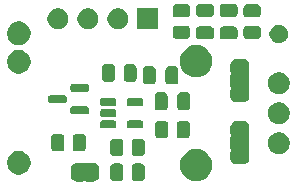
<source format=gbr>
%TF.GenerationSoftware,KiCad,Pcbnew,9.0.3*%
%TF.CreationDate,2025-07-19T03:53:29-07:00*%
%TF.ProjectId,flex-cv-in,666c6578-2d63-4762-9d69-6e2e6b696361,rev?*%
%TF.SameCoordinates,Original*%
%TF.FileFunction,Soldermask,Top*%
%TF.FilePolarity,Negative*%
%FSLAX46Y46*%
G04 Gerber Fmt 4.6, Leading zero omitted, Abs format (unit mm)*
G04 Created by KiCad (PCBNEW 9.0.3) date 2025-07-19 03:53:29*
%MOMM*%
%LPD*%
G01*
G04 APERTURE LIST*
G04 APERTURE END LIST*
G36*
X116480406Y-74219594D02*
G01*
X116487347Y-74236353D01*
X116514131Y-74250000D01*
X116675013Y-74250000D01*
X116694595Y-74243637D01*
X116716110Y-74228004D01*
X116719594Y-74219594D01*
X116738415Y-74211798D01*
X116742206Y-74209044D01*
X116746834Y-74208311D01*
X116750000Y-74207000D01*
X117250000Y-74207000D01*
X117260328Y-74211278D01*
X117311002Y-74211278D01*
X117315263Y-74211278D01*
X117326392Y-74212743D01*
X117330508Y-74213845D01*
X117330509Y-74213846D01*
X117448356Y-74245422D01*
X117448358Y-74245423D01*
X117452471Y-74246525D01*
X117462842Y-74250821D01*
X117575881Y-74316084D01*
X117584787Y-74322917D01*
X117677083Y-74415213D01*
X117683916Y-74424119D01*
X117749179Y-74537158D01*
X117753475Y-74547529D01*
X117787257Y-74673608D01*
X117788722Y-74684737D01*
X117788722Y-74688997D01*
X117788722Y-74725544D01*
X117789123Y-74730636D01*
X117791688Y-74746832D01*
X117793000Y-74750000D01*
X117793000Y-75250000D01*
X117788722Y-75260328D01*
X117788722Y-75315263D01*
X117787257Y-75326392D01*
X117753475Y-75452471D01*
X117749179Y-75462842D01*
X117683916Y-75575881D01*
X117677083Y-75584787D01*
X117584787Y-75677083D01*
X117575881Y-75683916D01*
X117462842Y-75749179D01*
X117452471Y-75753475D01*
X117326392Y-75787257D01*
X117315263Y-75788722D01*
X117311002Y-75788722D01*
X117274456Y-75788722D01*
X117269364Y-75789123D01*
X117253167Y-75791688D01*
X117250000Y-75793000D01*
X117244883Y-75793000D01*
X116760296Y-75793000D01*
X116750000Y-75793000D01*
X116719594Y-75780406D01*
X116712652Y-75763646D01*
X116685869Y-75750000D01*
X116524987Y-75750000D01*
X116505405Y-75756363D01*
X116483889Y-75771994D01*
X116480406Y-75780406D01*
X116461579Y-75788203D01*
X116457793Y-75790955D01*
X116453168Y-75791687D01*
X116450000Y-75793000D01*
X116444883Y-75793000D01*
X115960295Y-75793000D01*
X115950000Y-75793000D01*
X115939672Y-75788722D01*
X115888998Y-75788722D01*
X115884737Y-75788722D01*
X115873608Y-75787257D01*
X115747529Y-75753475D01*
X115737158Y-75749179D01*
X115624119Y-75683916D01*
X115615213Y-75677083D01*
X115522917Y-75584787D01*
X115516084Y-75575881D01*
X115450821Y-75462842D01*
X115446525Y-75452471D01*
X115444600Y-75445289D01*
X115413846Y-75330509D01*
X115413845Y-75330508D01*
X115412743Y-75326392D01*
X115411278Y-75315263D01*
X115411278Y-75274455D01*
X115410877Y-75269363D01*
X115408312Y-75253168D01*
X115407000Y-75250000D01*
X115407000Y-74750000D01*
X115411278Y-74739671D01*
X115411278Y-74684737D01*
X115412743Y-74673608D01*
X115413846Y-74669490D01*
X115445422Y-74551643D01*
X115445423Y-74551638D01*
X115446525Y-74547529D01*
X115450821Y-74537158D01*
X115452950Y-74533470D01*
X115513953Y-74427809D01*
X115513955Y-74427805D01*
X115516084Y-74424119D01*
X115522917Y-74415213D01*
X115525928Y-74412201D01*
X115525932Y-74412197D01*
X115612197Y-74325932D01*
X115612201Y-74325928D01*
X115615213Y-74322917D01*
X115624119Y-74316084D01*
X115627805Y-74313955D01*
X115627809Y-74313953D01*
X115733470Y-74252950D01*
X115733471Y-74252949D01*
X115737158Y-74250821D01*
X115747529Y-74246525D01*
X115751638Y-74245423D01*
X115751643Y-74245422D01*
X115869490Y-74213846D01*
X115869492Y-74213845D01*
X115873608Y-74212743D01*
X115884737Y-74211278D01*
X115925544Y-74211278D01*
X115930636Y-74210877D01*
X115946832Y-74208311D01*
X115950000Y-74207000D01*
X116450000Y-74207000D01*
X116480406Y-74219594D01*
G37*
G36*
X126322013Y-73060758D02*
G01*
X126526693Y-73127262D01*
X126718450Y-73224967D01*
X126892561Y-73351466D01*
X127044740Y-73503645D01*
X127171239Y-73677756D01*
X127268944Y-73869513D01*
X127335448Y-74074193D01*
X127369115Y-74286756D01*
X127369115Y-74501970D01*
X127335448Y-74714533D01*
X127268944Y-74919213D01*
X127171239Y-75110970D01*
X127044740Y-75285081D01*
X126892561Y-75437260D01*
X126718450Y-75563759D01*
X126526693Y-75661464D01*
X126322013Y-75727968D01*
X126109450Y-75761635D01*
X125894236Y-75761635D01*
X125681673Y-75727968D01*
X125476993Y-75661464D01*
X125285236Y-75563759D01*
X125111125Y-75437260D01*
X124958946Y-75285081D01*
X124832447Y-75110970D01*
X124734742Y-74919213D01*
X124668238Y-74714533D01*
X124634571Y-74501970D01*
X124634571Y-74286756D01*
X124668238Y-74074193D01*
X124734742Y-73869513D01*
X124832447Y-73677756D01*
X124958946Y-73503645D01*
X125111125Y-73351466D01*
X125285236Y-73224967D01*
X125476993Y-73127262D01*
X125681673Y-73060758D01*
X125894236Y-73027091D01*
X126109450Y-73027091D01*
X126322013Y-73060758D01*
G37*
G36*
X119615938Y-74269650D02*
G01*
X119624871Y-74273594D01*
X119631300Y-74274531D01*
X119671498Y-74294182D01*
X119712759Y-74312401D01*
X119716578Y-74316220D01*
X119716829Y-74316343D01*
X119783656Y-74383170D01*
X119783778Y-74383420D01*
X119787599Y-74387241D01*
X119805822Y-74428512D01*
X119825468Y-74468699D01*
X119826404Y-74475126D01*
X119830350Y-74484062D01*
X119838000Y-74550000D01*
X119838000Y-75450000D01*
X119830350Y-75515938D01*
X119826404Y-75524874D01*
X119825468Y-75531300D01*
X119805826Y-75571477D01*
X119787599Y-75612759D01*
X119783777Y-75616580D01*
X119783656Y-75616829D01*
X119716829Y-75683656D01*
X119716580Y-75683777D01*
X119712759Y-75687599D01*
X119671477Y-75705826D01*
X119631300Y-75725468D01*
X119624874Y-75726404D01*
X119615938Y-75730350D01*
X119550000Y-75738000D01*
X119025000Y-75738000D01*
X118959062Y-75730350D01*
X118950126Y-75726404D01*
X118943699Y-75725468D01*
X118903512Y-75705822D01*
X118862241Y-75687599D01*
X118858420Y-75683778D01*
X118858170Y-75683656D01*
X118791343Y-75616829D01*
X118791220Y-75616578D01*
X118787401Y-75612759D01*
X118769182Y-75571498D01*
X118749531Y-75531300D01*
X118748594Y-75524871D01*
X118744650Y-75515938D01*
X118737000Y-75450000D01*
X118737000Y-74550000D01*
X118744650Y-74484062D01*
X118748594Y-74475129D01*
X118749531Y-74468699D01*
X118769186Y-74428491D01*
X118787401Y-74387241D01*
X118791219Y-74383422D01*
X118791343Y-74383170D01*
X118858170Y-74316343D01*
X118858422Y-74316219D01*
X118862241Y-74312401D01*
X118903491Y-74294186D01*
X118943699Y-74274531D01*
X118950129Y-74273594D01*
X118959062Y-74269650D01*
X119025000Y-74262000D01*
X119550000Y-74262000D01*
X119615938Y-74269650D01*
G37*
G36*
X121440938Y-74269650D02*
G01*
X121449871Y-74273594D01*
X121456300Y-74274531D01*
X121496498Y-74294182D01*
X121537759Y-74312401D01*
X121541578Y-74316220D01*
X121541829Y-74316343D01*
X121608656Y-74383170D01*
X121608778Y-74383420D01*
X121612599Y-74387241D01*
X121630822Y-74428512D01*
X121650468Y-74468699D01*
X121651404Y-74475126D01*
X121655350Y-74484062D01*
X121663000Y-74550000D01*
X121663000Y-75450000D01*
X121655350Y-75515938D01*
X121651404Y-75524874D01*
X121650468Y-75531300D01*
X121630826Y-75571477D01*
X121612599Y-75612759D01*
X121608777Y-75616580D01*
X121608656Y-75616829D01*
X121541829Y-75683656D01*
X121541580Y-75683777D01*
X121537759Y-75687599D01*
X121496477Y-75705826D01*
X121456300Y-75725468D01*
X121449874Y-75726404D01*
X121440938Y-75730350D01*
X121375000Y-75738000D01*
X120850000Y-75738000D01*
X120784062Y-75730350D01*
X120775126Y-75726404D01*
X120768699Y-75725468D01*
X120728512Y-75705822D01*
X120687241Y-75687599D01*
X120683420Y-75683778D01*
X120683170Y-75683656D01*
X120616343Y-75616829D01*
X120616220Y-75616578D01*
X120612401Y-75612759D01*
X120594182Y-75571498D01*
X120574531Y-75531300D01*
X120573594Y-75524871D01*
X120569650Y-75515938D01*
X120562000Y-75450000D01*
X120562000Y-74550000D01*
X120569650Y-74484062D01*
X120573594Y-74475129D01*
X120574531Y-74468699D01*
X120594186Y-74428491D01*
X120612401Y-74387241D01*
X120616219Y-74383422D01*
X120616343Y-74383170D01*
X120683170Y-74316343D01*
X120683422Y-74316219D01*
X120687241Y-74312401D01*
X120728491Y-74294186D01*
X120768699Y-74274531D01*
X120775129Y-74273594D01*
X120784062Y-74269650D01*
X120850000Y-74262000D01*
X121375000Y-74262000D01*
X121440938Y-74269650D01*
G37*
G36*
X111291214Y-73246997D02*
G01*
X111472905Y-73322257D01*
X111636423Y-73431516D01*
X111775484Y-73570577D01*
X111884743Y-73734095D01*
X111960003Y-73915786D01*
X111998369Y-74108669D01*
X111998369Y-74305331D01*
X111960003Y-74498214D01*
X111884743Y-74679905D01*
X111775484Y-74843423D01*
X111636423Y-74982484D01*
X111472905Y-75091743D01*
X111291214Y-75167003D01*
X111098331Y-75205369D01*
X110901669Y-75205369D01*
X110708786Y-75167003D01*
X110527095Y-75091743D01*
X110363577Y-74982484D01*
X110224516Y-74843423D01*
X110115257Y-74679905D01*
X110039997Y-74498214D01*
X110001631Y-74305331D01*
X110001631Y-74108669D01*
X110039997Y-73915786D01*
X110115257Y-73734095D01*
X110224516Y-73570577D01*
X110363577Y-73431516D01*
X110527095Y-73322257D01*
X110708786Y-73246997D01*
X110901669Y-73208631D01*
X111098331Y-73208631D01*
X111291214Y-73246997D01*
G37*
G36*
X129960328Y-70661278D02*
G01*
X130011002Y-70661278D01*
X130015263Y-70661278D01*
X130026392Y-70662743D01*
X130030508Y-70663845D01*
X130030509Y-70663846D01*
X130148356Y-70695422D01*
X130148358Y-70695423D01*
X130152471Y-70696525D01*
X130162842Y-70700821D01*
X130275881Y-70766084D01*
X130284787Y-70772917D01*
X130377083Y-70865213D01*
X130383916Y-70874119D01*
X130449179Y-70987158D01*
X130453475Y-70997529D01*
X130487257Y-71123608D01*
X130488722Y-71134737D01*
X130488722Y-71138997D01*
X130488722Y-71175544D01*
X130489123Y-71180636D01*
X130491688Y-71196832D01*
X130493000Y-71200000D01*
X130493000Y-71750000D01*
X130480406Y-71780406D01*
X130463646Y-71787347D01*
X130450000Y-71814130D01*
X130450000Y-71938215D01*
X130464225Y-71964829D01*
X130464542Y-71964893D01*
X130476870Y-71973130D01*
X130485107Y-71985458D01*
X130488000Y-72000000D01*
X130488000Y-73000000D01*
X130485107Y-73014542D01*
X130476870Y-73026870D01*
X130464542Y-73035107D01*
X130464224Y-73035170D01*
X130450000Y-73061782D01*
X130450000Y-73175012D01*
X130456363Y-73194594D01*
X130471995Y-73216110D01*
X130480406Y-73219594D01*
X130488203Y-73238418D01*
X130490954Y-73242205D01*
X130491686Y-73246829D01*
X130493000Y-73250000D01*
X130493000Y-73800000D01*
X130488722Y-73810328D01*
X130488722Y-73865263D01*
X130487257Y-73876392D01*
X130453475Y-74002471D01*
X130449179Y-74012842D01*
X130383916Y-74125881D01*
X130377083Y-74134787D01*
X130284787Y-74227083D01*
X130275881Y-74233916D01*
X130162842Y-74299179D01*
X130152471Y-74303475D01*
X130026392Y-74337257D01*
X130015263Y-74338722D01*
X130011002Y-74338722D01*
X129974456Y-74338722D01*
X129969364Y-74339123D01*
X129953167Y-74341688D01*
X129950000Y-74343000D01*
X129944883Y-74343000D01*
X129460295Y-74343000D01*
X129450000Y-74343000D01*
X129439672Y-74338722D01*
X129388998Y-74338722D01*
X129384737Y-74338722D01*
X129373608Y-74337257D01*
X129247529Y-74303475D01*
X129237158Y-74299179D01*
X129124119Y-74233916D01*
X129115213Y-74227083D01*
X129022917Y-74134787D01*
X129016084Y-74125881D01*
X128950821Y-74012842D01*
X128946525Y-74002471D01*
X128912743Y-73876392D01*
X128911278Y-73865263D01*
X128911278Y-73824455D01*
X128910877Y-73819363D01*
X128908312Y-73803168D01*
X128907000Y-73800000D01*
X128907000Y-73250000D01*
X128919594Y-73219594D01*
X128936353Y-73212652D01*
X128950000Y-73185869D01*
X128950000Y-73061782D01*
X128935775Y-73035170D01*
X128935458Y-73035107D01*
X128923130Y-73026870D01*
X128914893Y-73014542D01*
X128912000Y-73000000D01*
X128912000Y-72000000D01*
X128914893Y-71985458D01*
X128923130Y-71973130D01*
X128935458Y-71964893D01*
X128935774Y-71964829D01*
X128950000Y-71938215D01*
X128950000Y-71824987D01*
X128943637Y-71805405D01*
X128928004Y-71783889D01*
X128919594Y-71780406D01*
X128911797Y-71761582D01*
X128909044Y-71757793D01*
X128908311Y-71753166D01*
X128907000Y-71750000D01*
X128907000Y-71200000D01*
X128911278Y-71189671D01*
X128911278Y-71134737D01*
X128912743Y-71123608D01*
X128913846Y-71119490D01*
X128945422Y-71001643D01*
X128945423Y-71001638D01*
X128946525Y-70997529D01*
X128950821Y-70987158D01*
X128952950Y-70983470D01*
X129013953Y-70877809D01*
X129013955Y-70877805D01*
X129016084Y-70874119D01*
X129022917Y-70865213D01*
X129025928Y-70862201D01*
X129025932Y-70862197D01*
X129112197Y-70775932D01*
X129112201Y-70775928D01*
X129115213Y-70772917D01*
X129124119Y-70766084D01*
X129127805Y-70763955D01*
X129127809Y-70763953D01*
X129233470Y-70702950D01*
X129233471Y-70702949D01*
X129237158Y-70700821D01*
X129247529Y-70696525D01*
X129251638Y-70695423D01*
X129251643Y-70695422D01*
X129369490Y-70663846D01*
X129369492Y-70663845D01*
X129373608Y-70662743D01*
X129384737Y-70661278D01*
X129425544Y-70661278D01*
X129430636Y-70660877D01*
X129446832Y-70658311D01*
X129450000Y-70657000D01*
X129950000Y-70657000D01*
X129960328Y-70661278D01*
G37*
G36*
X119615938Y-72169650D02*
G01*
X119624871Y-72173594D01*
X119631300Y-72174531D01*
X119671498Y-72194182D01*
X119712759Y-72212401D01*
X119716578Y-72216220D01*
X119716829Y-72216343D01*
X119783656Y-72283170D01*
X119783778Y-72283420D01*
X119787599Y-72287241D01*
X119805822Y-72328512D01*
X119825468Y-72368699D01*
X119826404Y-72375126D01*
X119830350Y-72384062D01*
X119838000Y-72450000D01*
X119838000Y-73350000D01*
X119830350Y-73415938D01*
X119826404Y-73424874D01*
X119825468Y-73431300D01*
X119805826Y-73471477D01*
X119787599Y-73512759D01*
X119783777Y-73516580D01*
X119783656Y-73516829D01*
X119716829Y-73583656D01*
X119716580Y-73583777D01*
X119712759Y-73587599D01*
X119671477Y-73605826D01*
X119631300Y-73625468D01*
X119624874Y-73626404D01*
X119615938Y-73630350D01*
X119550000Y-73638000D01*
X119025000Y-73638000D01*
X118959062Y-73630350D01*
X118950126Y-73626404D01*
X118943699Y-73625468D01*
X118903512Y-73605822D01*
X118862241Y-73587599D01*
X118858420Y-73583778D01*
X118858170Y-73583656D01*
X118791343Y-73516829D01*
X118791220Y-73516578D01*
X118787401Y-73512759D01*
X118769182Y-73471498D01*
X118749531Y-73431300D01*
X118748594Y-73424871D01*
X118744650Y-73415938D01*
X118737000Y-73350000D01*
X118737000Y-72450000D01*
X118744650Y-72384062D01*
X118748594Y-72375129D01*
X118749531Y-72368699D01*
X118769186Y-72328491D01*
X118787401Y-72287241D01*
X118791219Y-72283422D01*
X118791343Y-72283170D01*
X118858170Y-72216343D01*
X118858422Y-72216219D01*
X118862241Y-72212401D01*
X118903491Y-72194186D01*
X118943699Y-72174531D01*
X118950129Y-72173594D01*
X118959062Y-72169650D01*
X119025000Y-72162000D01*
X119550000Y-72162000D01*
X119615938Y-72169650D01*
G37*
G36*
X121440938Y-72169650D02*
G01*
X121449871Y-72173594D01*
X121456300Y-72174531D01*
X121496498Y-72194182D01*
X121537759Y-72212401D01*
X121541578Y-72216220D01*
X121541829Y-72216343D01*
X121608656Y-72283170D01*
X121608778Y-72283420D01*
X121612599Y-72287241D01*
X121630822Y-72328512D01*
X121650468Y-72368699D01*
X121651404Y-72375126D01*
X121655350Y-72384062D01*
X121663000Y-72450000D01*
X121663000Y-73350000D01*
X121655350Y-73415938D01*
X121651404Y-73424874D01*
X121650468Y-73431300D01*
X121630826Y-73471477D01*
X121612599Y-73512759D01*
X121608777Y-73516580D01*
X121608656Y-73516829D01*
X121541829Y-73583656D01*
X121541580Y-73583777D01*
X121537759Y-73587599D01*
X121496477Y-73605826D01*
X121456300Y-73625468D01*
X121449874Y-73626404D01*
X121440938Y-73630350D01*
X121375000Y-73638000D01*
X120850000Y-73638000D01*
X120784062Y-73630350D01*
X120775126Y-73626404D01*
X120768699Y-73625468D01*
X120728512Y-73605822D01*
X120687241Y-73587599D01*
X120683420Y-73583778D01*
X120683170Y-73583656D01*
X120616343Y-73516829D01*
X120616220Y-73516578D01*
X120612401Y-73512759D01*
X120594182Y-73471498D01*
X120574531Y-73431300D01*
X120573594Y-73424871D01*
X120569650Y-73415938D01*
X120562000Y-73350000D01*
X120562000Y-72450000D01*
X120569650Y-72384062D01*
X120573594Y-72375129D01*
X120574531Y-72368699D01*
X120594186Y-72328491D01*
X120612401Y-72287241D01*
X120616219Y-72283422D01*
X120616343Y-72283170D01*
X120683170Y-72216343D01*
X120683422Y-72216219D01*
X120687241Y-72212401D01*
X120728491Y-72194186D01*
X120768699Y-72174531D01*
X120775129Y-72173594D01*
X120784062Y-72169650D01*
X120850000Y-72162000D01*
X121375000Y-72162000D01*
X121440938Y-72169650D01*
G37*
G36*
X133285024Y-71640926D02*
G01*
X133455215Y-71711422D01*
X133608382Y-71813765D01*
X133738641Y-71944024D01*
X133840984Y-72097191D01*
X133911480Y-72267382D01*
X133947418Y-72448056D01*
X133947418Y-72632270D01*
X133911480Y-72812944D01*
X133840984Y-72983135D01*
X133738641Y-73136302D01*
X133608382Y-73266561D01*
X133455215Y-73368904D01*
X133285024Y-73439400D01*
X133104350Y-73475338D01*
X132920136Y-73475338D01*
X132739462Y-73439400D01*
X132569271Y-73368904D01*
X132416104Y-73266561D01*
X132285845Y-73136302D01*
X132183502Y-72983135D01*
X132113006Y-72812944D01*
X132077068Y-72632270D01*
X132077068Y-72448056D01*
X132113006Y-72267382D01*
X132183502Y-72097191D01*
X132285845Y-71944024D01*
X132416104Y-71813765D01*
X132569271Y-71711422D01*
X132739462Y-71640926D01*
X132920136Y-71604988D01*
X133104350Y-71604988D01*
X133285024Y-71640926D01*
G37*
G36*
X114615938Y-71769650D02*
G01*
X114624871Y-71773594D01*
X114631300Y-71774531D01*
X114671498Y-71794182D01*
X114712759Y-71812401D01*
X114716578Y-71816220D01*
X114716829Y-71816343D01*
X114783656Y-71883170D01*
X114783778Y-71883420D01*
X114787599Y-71887241D01*
X114805822Y-71928512D01*
X114825468Y-71968699D01*
X114826404Y-71975126D01*
X114830350Y-71984062D01*
X114838000Y-72050000D01*
X114838000Y-72950000D01*
X114830350Y-73015938D01*
X114826404Y-73024874D01*
X114825468Y-73031300D01*
X114805826Y-73071477D01*
X114787599Y-73112759D01*
X114783777Y-73116580D01*
X114783656Y-73116829D01*
X114716829Y-73183656D01*
X114716580Y-73183777D01*
X114712759Y-73187599D01*
X114671477Y-73205826D01*
X114631300Y-73225468D01*
X114624874Y-73226404D01*
X114615938Y-73230350D01*
X114550000Y-73238000D01*
X114025000Y-73238000D01*
X113959062Y-73230350D01*
X113950126Y-73226404D01*
X113943699Y-73225468D01*
X113903512Y-73205822D01*
X113862241Y-73187599D01*
X113858420Y-73183778D01*
X113858170Y-73183656D01*
X113791343Y-73116829D01*
X113791220Y-73116578D01*
X113787401Y-73112759D01*
X113769182Y-73071498D01*
X113749531Y-73031300D01*
X113748594Y-73024871D01*
X113744650Y-73015938D01*
X113737000Y-72950000D01*
X113737000Y-72050000D01*
X113744650Y-71984062D01*
X113748594Y-71975129D01*
X113749531Y-71968699D01*
X113769186Y-71928491D01*
X113787401Y-71887241D01*
X113791219Y-71883422D01*
X113791343Y-71883170D01*
X113858170Y-71816343D01*
X113858422Y-71816219D01*
X113862241Y-71812401D01*
X113903491Y-71794186D01*
X113943699Y-71774531D01*
X113950129Y-71773594D01*
X113959062Y-71769650D01*
X114025000Y-71762000D01*
X114550000Y-71762000D01*
X114615938Y-71769650D01*
G37*
G36*
X116440938Y-71769650D02*
G01*
X116449871Y-71773594D01*
X116456300Y-71774531D01*
X116496498Y-71794182D01*
X116537759Y-71812401D01*
X116541578Y-71816220D01*
X116541829Y-71816343D01*
X116608656Y-71883170D01*
X116608778Y-71883420D01*
X116612599Y-71887241D01*
X116630822Y-71928512D01*
X116650468Y-71968699D01*
X116651404Y-71975126D01*
X116655350Y-71984062D01*
X116663000Y-72050000D01*
X116663000Y-72950000D01*
X116655350Y-73015938D01*
X116651404Y-73024874D01*
X116650468Y-73031300D01*
X116630826Y-73071477D01*
X116612599Y-73112759D01*
X116608777Y-73116580D01*
X116608656Y-73116829D01*
X116541829Y-73183656D01*
X116541580Y-73183777D01*
X116537759Y-73187599D01*
X116496477Y-73205826D01*
X116456300Y-73225468D01*
X116449874Y-73226404D01*
X116440938Y-73230350D01*
X116375000Y-73238000D01*
X115850000Y-73238000D01*
X115784062Y-73230350D01*
X115775126Y-73226404D01*
X115768699Y-73225468D01*
X115728512Y-73205822D01*
X115687241Y-73187599D01*
X115683420Y-73183778D01*
X115683170Y-73183656D01*
X115616343Y-73116829D01*
X115616220Y-73116578D01*
X115612401Y-73112759D01*
X115594182Y-73071498D01*
X115574531Y-73031300D01*
X115573594Y-73024871D01*
X115569650Y-73015938D01*
X115562000Y-72950000D01*
X115562000Y-72050000D01*
X115569650Y-71984062D01*
X115573594Y-71975129D01*
X115574531Y-71968699D01*
X115594186Y-71928491D01*
X115612401Y-71887241D01*
X115616219Y-71883422D01*
X115616343Y-71883170D01*
X115683170Y-71816343D01*
X115683422Y-71816219D01*
X115687241Y-71812401D01*
X115728491Y-71794186D01*
X115768699Y-71774531D01*
X115775129Y-71773594D01*
X115784062Y-71769650D01*
X115850000Y-71762000D01*
X116375000Y-71762000D01*
X116440938Y-71769650D01*
G37*
G36*
X123415938Y-70669650D02*
G01*
X123424871Y-70673594D01*
X123431300Y-70674531D01*
X123471498Y-70694182D01*
X123512759Y-70712401D01*
X123516578Y-70716220D01*
X123516829Y-70716343D01*
X123583656Y-70783170D01*
X123583778Y-70783420D01*
X123587599Y-70787241D01*
X123605822Y-70828512D01*
X123625468Y-70868699D01*
X123626404Y-70875126D01*
X123630350Y-70884062D01*
X123638000Y-70950000D01*
X123638000Y-71850000D01*
X123630350Y-71915938D01*
X123626404Y-71924874D01*
X123625468Y-71931300D01*
X123605826Y-71971477D01*
X123587599Y-72012759D01*
X123583777Y-72016580D01*
X123583656Y-72016829D01*
X123516829Y-72083656D01*
X123516580Y-72083777D01*
X123512759Y-72087599D01*
X123471477Y-72105826D01*
X123431300Y-72125468D01*
X123424874Y-72126404D01*
X123415938Y-72130350D01*
X123350000Y-72138000D01*
X122825000Y-72138000D01*
X122759062Y-72130350D01*
X122750126Y-72126404D01*
X122743699Y-72125468D01*
X122703512Y-72105822D01*
X122662241Y-72087599D01*
X122658420Y-72083778D01*
X122658170Y-72083656D01*
X122591343Y-72016829D01*
X122591220Y-72016578D01*
X122587401Y-72012759D01*
X122569182Y-71971498D01*
X122549531Y-71931300D01*
X122548594Y-71924871D01*
X122544650Y-71915938D01*
X122537000Y-71850000D01*
X122537000Y-70950000D01*
X122544650Y-70884062D01*
X122548594Y-70875129D01*
X122549531Y-70868699D01*
X122569186Y-70828491D01*
X122587401Y-70787241D01*
X122591219Y-70783422D01*
X122591343Y-70783170D01*
X122658170Y-70716343D01*
X122658422Y-70716219D01*
X122662241Y-70712401D01*
X122703491Y-70694186D01*
X122743699Y-70674531D01*
X122750129Y-70673594D01*
X122759062Y-70669650D01*
X122825000Y-70662000D01*
X123350000Y-70662000D01*
X123415938Y-70669650D01*
G37*
G36*
X125240938Y-70669650D02*
G01*
X125249871Y-70673594D01*
X125256300Y-70674531D01*
X125296498Y-70694182D01*
X125337759Y-70712401D01*
X125341578Y-70716220D01*
X125341829Y-70716343D01*
X125408656Y-70783170D01*
X125408778Y-70783420D01*
X125412599Y-70787241D01*
X125430822Y-70828512D01*
X125450468Y-70868699D01*
X125451404Y-70875126D01*
X125455350Y-70884062D01*
X125463000Y-70950000D01*
X125463000Y-71850000D01*
X125455350Y-71915938D01*
X125451404Y-71924874D01*
X125450468Y-71931300D01*
X125430826Y-71971477D01*
X125412599Y-72012759D01*
X125408777Y-72016580D01*
X125408656Y-72016829D01*
X125341829Y-72083656D01*
X125341580Y-72083777D01*
X125337759Y-72087599D01*
X125296477Y-72105826D01*
X125256300Y-72125468D01*
X125249874Y-72126404D01*
X125240938Y-72130350D01*
X125175000Y-72138000D01*
X124650000Y-72138000D01*
X124584062Y-72130350D01*
X124575126Y-72126404D01*
X124568699Y-72125468D01*
X124528512Y-72105822D01*
X124487241Y-72087599D01*
X124483420Y-72083778D01*
X124483170Y-72083656D01*
X124416343Y-72016829D01*
X124416220Y-72016578D01*
X124412401Y-72012759D01*
X124394182Y-71971498D01*
X124374531Y-71931300D01*
X124373594Y-71924871D01*
X124369650Y-71915938D01*
X124362000Y-71850000D01*
X124362000Y-70950000D01*
X124369650Y-70884062D01*
X124373594Y-70875129D01*
X124374531Y-70868699D01*
X124394186Y-70828491D01*
X124412401Y-70787241D01*
X124416219Y-70783422D01*
X124416343Y-70783170D01*
X124483170Y-70716343D01*
X124483422Y-70716219D01*
X124487241Y-70712401D01*
X124528491Y-70694186D01*
X124568699Y-70674531D01*
X124575129Y-70673594D01*
X124584062Y-70669650D01*
X124650000Y-70662000D01*
X125175000Y-70662000D01*
X125240938Y-70669650D01*
G37*
G36*
X119146944Y-70626311D02*
G01*
X119207936Y-70667064D01*
X119248689Y-70728056D01*
X119263000Y-70800000D01*
X119263000Y-71100000D01*
X119248689Y-71171944D01*
X119207936Y-71232936D01*
X119146944Y-71273689D01*
X119075000Y-71288000D01*
X118050000Y-71288000D01*
X117978056Y-71273689D01*
X117917064Y-71232936D01*
X117876311Y-71171944D01*
X117862000Y-71100000D01*
X117862000Y-70800000D01*
X117876311Y-70728056D01*
X117917064Y-70667064D01*
X117978056Y-70626311D01*
X118050000Y-70612000D01*
X119075000Y-70612000D01*
X119146944Y-70626311D01*
G37*
G36*
X121421944Y-70626311D02*
G01*
X121482936Y-70667064D01*
X121523689Y-70728056D01*
X121538000Y-70800000D01*
X121538000Y-71100000D01*
X121523689Y-71171944D01*
X121482936Y-71232936D01*
X121421944Y-71273689D01*
X121350000Y-71288000D01*
X120325000Y-71288000D01*
X120253056Y-71273689D01*
X120192064Y-71232936D01*
X120151311Y-71171944D01*
X120137000Y-71100000D01*
X120137000Y-70800000D01*
X120151311Y-70728056D01*
X120192064Y-70667064D01*
X120253056Y-70626311D01*
X120325000Y-70612000D01*
X121350000Y-70612000D01*
X121421944Y-70626311D01*
G37*
G36*
X133285024Y-69100926D02*
G01*
X133455215Y-69171422D01*
X133608382Y-69273765D01*
X133738641Y-69404024D01*
X133840984Y-69557191D01*
X133911480Y-69727382D01*
X133947418Y-69908056D01*
X133947418Y-70092270D01*
X133911480Y-70272944D01*
X133840984Y-70443135D01*
X133738641Y-70596302D01*
X133608382Y-70726561D01*
X133455215Y-70828904D01*
X133285024Y-70899400D01*
X133104350Y-70935338D01*
X132920136Y-70935338D01*
X132739462Y-70899400D01*
X132569271Y-70828904D01*
X132416104Y-70726561D01*
X132285845Y-70596302D01*
X132183502Y-70443135D01*
X132113006Y-70272944D01*
X132077068Y-70092270D01*
X132077068Y-69908056D01*
X132113006Y-69727382D01*
X132183502Y-69557191D01*
X132285845Y-69404024D01*
X132416104Y-69273765D01*
X132569271Y-69171422D01*
X132739462Y-69100926D01*
X132920136Y-69064988D01*
X133104350Y-69064988D01*
X133285024Y-69100926D01*
G37*
G36*
X119146944Y-69676311D02*
G01*
X119207936Y-69717064D01*
X119248689Y-69778056D01*
X119263000Y-69850000D01*
X119263000Y-70150000D01*
X119248689Y-70221944D01*
X119207936Y-70282936D01*
X119146944Y-70323689D01*
X119075000Y-70338000D01*
X118050000Y-70338000D01*
X117978056Y-70323689D01*
X117917064Y-70282936D01*
X117876311Y-70221944D01*
X117862000Y-70150000D01*
X117862000Y-69850000D01*
X117876311Y-69778056D01*
X117917064Y-69717064D01*
X117978056Y-69676311D01*
X118050000Y-69662000D01*
X119075000Y-69662000D01*
X119146944Y-69676311D01*
G37*
G36*
X116796944Y-69426311D02*
G01*
X116857936Y-69467064D01*
X116898689Y-69528056D01*
X116913000Y-69600000D01*
X116913000Y-69900000D01*
X116898689Y-69971944D01*
X116857936Y-70032936D01*
X116796944Y-70073689D01*
X116725000Y-70088000D01*
X115550000Y-70088000D01*
X115478056Y-70073689D01*
X115417064Y-70032936D01*
X115376311Y-69971944D01*
X115362000Y-69900000D01*
X115362000Y-69600000D01*
X115376311Y-69528056D01*
X115417064Y-69467064D01*
X115478056Y-69426311D01*
X115550000Y-69412000D01*
X116725000Y-69412000D01*
X116796944Y-69426311D01*
G37*
G36*
X123365938Y-68244650D02*
G01*
X123374871Y-68248594D01*
X123381300Y-68249531D01*
X123421498Y-68269182D01*
X123462759Y-68287401D01*
X123466578Y-68291220D01*
X123466829Y-68291343D01*
X123533656Y-68358170D01*
X123533778Y-68358420D01*
X123537599Y-68362241D01*
X123555822Y-68403512D01*
X123575468Y-68443699D01*
X123576404Y-68450126D01*
X123580350Y-68459062D01*
X123588000Y-68525000D01*
X123588000Y-69475000D01*
X123580350Y-69540938D01*
X123576404Y-69549874D01*
X123575468Y-69556300D01*
X123555826Y-69596477D01*
X123537599Y-69637759D01*
X123533777Y-69641580D01*
X123533656Y-69641829D01*
X123466829Y-69708656D01*
X123466580Y-69708777D01*
X123462759Y-69712599D01*
X123421477Y-69730826D01*
X123381300Y-69750468D01*
X123374874Y-69751404D01*
X123365938Y-69755350D01*
X123300000Y-69763000D01*
X122800000Y-69763000D01*
X122734062Y-69755350D01*
X122725126Y-69751404D01*
X122718699Y-69750468D01*
X122678512Y-69730822D01*
X122637241Y-69712599D01*
X122633420Y-69708778D01*
X122633170Y-69708656D01*
X122566343Y-69641829D01*
X122566220Y-69641578D01*
X122562401Y-69637759D01*
X122544182Y-69596498D01*
X122524531Y-69556300D01*
X122523594Y-69549871D01*
X122519650Y-69540938D01*
X122512000Y-69475000D01*
X122512000Y-68525000D01*
X122519650Y-68459062D01*
X122523594Y-68450129D01*
X122524531Y-68443699D01*
X122544186Y-68403491D01*
X122562401Y-68362241D01*
X122566219Y-68358422D01*
X122566343Y-68358170D01*
X122633170Y-68291343D01*
X122633422Y-68291219D01*
X122637241Y-68287401D01*
X122678491Y-68269186D01*
X122718699Y-68249531D01*
X122725129Y-68248594D01*
X122734062Y-68244650D01*
X122800000Y-68237000D01*
X123300000Y-68237000D01*
X123365938Y-68244650D01*
G37*
G36*
X125265938Y-68244650D02*
G01*
X125274871Y-68248594D01*
X125281300Y-68249531D01*
X125321498Y-68269182D01*
X125362759Y-68287401D01*
X125366578Y-68291220D01*
X125366829Y-68291343D01*
X125433656Y-68358170D01*
X125433778Y-68358420D01*
X125437599Y-68362241D01*
X125455822Y-68403512D01*
X125475468Y-68443699D01*
X125476404Y-68450126D01*
X125480350Y-68459062D01*
X125488000Y-68525000D01*
X125488000Y-69475000D01*
X125480350Y-69540938D01*
X125476404Y-69549874D01*
X125475468Y-69556300D01*
X125455826Y-69596477D01*
X125437599Y-69637759D01*
X125433777Y-69641580D01*
X125433656Y-69641829D01*
X125366829Y-69708656D01*
X125366580Y-69708777D01*
X125362759Y-69712599D01*
X125321477Y-69730826D01*
X125281300Y-69750468D01*
X125274874Y-69751404D01*
X125265938Y-69755350D01*
X125200000Y-69763000D01*
X124700000Y-69763000D01*
X124634062Y-69755350D01*
X124625126Y-69751404D01*
X124618699Y-69750468D01*
X124578512Y-69730822D01*
X124537241Y-69712599D01*
X124533420Y-69708778D01*
X124533170Y-69708656D01*
X124466343Y-69641829D01*
X124466220Y-69641578D01*
X124462401Y-69637759D01*
X124444182Y-69596498D01*
X124424531Y-69556300D01*
X124423594Y-69549871D01*
X124419650Y-69540938D01*
X124412000Y-69475000D01*
X124412000Y-68525000D01*
X124419650Y-68459062D01*
X124423594Y-68450129D01*
X124424531Y-68443699D01*
X124444186Y-68403491D01*
X124462401Y-68362241D01*
X124466219Y-68358422D01*
X124466343Y-68358170D01*
X124533170Y-68291343D01*
X124533422Y-68291219D01*
X124537241Y-68287401D01*
X124578491Y-68269186D01*
X124618699Y-68249531D01*
X124625129Y-68248594D01*
X124634062Y-68244650D01*
X124700000Y-68237000D01*
X125200000Y-68237000D01*
X125265938Y-68244650D01*
G37*
G36*
X119146944Y-68726311D02*
G01*
X119207936Y-68767064D01*
X119248689Y-68828056D01*
X119263000Y-68900000D01*
X119263000Y-69200000D01*
X119248689Y-69271944D01*
X119207936Y-69332936D01*
X119146944Y-69373689D01*
X119075000Y-69388000D01*
X118050000Y-69388000D01*
X117978056Y-69373689D01*
X117917064Y-69332936D01*
X117876311Y-69271944D01*
X117862000Y-69200000D01*
X117862000Y-68900000D01*
X117876311Y-68828056D01*
X117917064Y-68767064D01*
X117978056Y-68726311D01*
X118050000Y-68712000D01*
X119075000Y-68712000D01*
X119146944Y-68726311D01*
G37*
G36*
X121421944Y-68726311D02*
G01*
X121482936Y-68767064D01*
X121523689Y-68828056D01*
X121538000Y-68900000D01*
X121538000Y-69200000D01*
X121523689Y-69271944D01*
X121482936Y-69332936D01*
X121421944Y-69373689D01*
X121350000Y-69388000D01*
X120325000Y-69388000D01*
X120253056Y-69373689D01*
X120192064Y-69332936D01*
X120151311Y-69271944D01*
X120137000Y-69200000D01*
X120137000Y-68900000D01*
X120151311Y-68828056D01*
X120192064Y-68767064D01*
X120253056Y-68726311D01*
X120325000Y-68712000D01*
X121350000Y-68712000D01*
X121421944Y-68726311D01*
G37*
G36*
X114921944Y-68476311D02*
G01*
X114982936Y-68517064D01*
X115023689Y-68578056D01*
X115038000Y-68650000D01*
X115038000Y-68950000D01*
X115023689Y-69021944D01*
X114982936Y-69082936D01*
X114921944Y-69123689D01*
X114850000Y-69138000D01*
X113675000Y-69138000D01*
X113603056Y-69123689D01*
X113542064Y-69082936D01*
X113501311Y-69021944D01*
X113487000Y-68950000D01*
X113487000Y-68650000D01*
X113501311Y-68578056D01*
X113542064Y-68517064D01*
X113603056Y-68476311D01*
X113675000Y-68462000D01*
X114850000Y-68462000D01*
X114921944Y-68476311D01*
G37*
G36*
X129960328Y-65411278D02*
G01*
X130011002Y-65411278D01*
X130015263Y-65411278D01*
X130026392Y-65412743D01*
X130030508Y-65413845D01*
X130030509Y-65413846D01*
X130148356Y-65445422D01*
X130148358Y-65445423D01*
X130152471Y-65446525D01*
X130162842Y-65450821D01*
X130275881Y-65516084D01*
X130284787Y-65522917D01*
X130377083Y-65615213D01*
X130383916Y-65624119D01*
X130449179Y-65737158D01*
X130453475Y-65747529D01*
X130487257Y-65873608D01*
X130488722Y-65884737D01*
X130488722Y-65888997D01*
X130488722Y-65925544D01*
X130489123Y-65930636D01*
X130491688Y-65946832D01*
X130493000Y-65950000D01*
X130493000Y-66500000D01*
X130480406Y-66530406D01*
X130463646Y-66537347D01*
X130450000Y-66564130D01*
X130450000Y-66688215D01*
X130464225Y-66714829D01*
X130464542Y-66714893D01*
X130476870Y-66723130D01*
X130485107Y-66735458D01*
X130488000Y-66750000D01*
X130488000Y-67750000D01*
X130485107Y-67764542D01*
X130476870Y-67776870D01*
X130464542Y-67785107D01*
X130464224Y-67785170D01*
X130450000Y-67811782D01*
X130450000Y-67925012D01*
X130456363Y-67944594D01*
X130471995Y-67966110D01*
X130480406Y-67969594D01*
X130488203Y-67988418D01*
X130490954Y-67992205D01*
X130491686Y-67996829D01*
X130493000Y-68000000D01*
X130493000Y-68550000D01*
X130488722Y-68560328D01*
X130488722Y-68615263D01*
X130487257Y-68626392D01*
X130453475Y-68752471D01*
X130449179Y-68762842D01*
X130383916Y-68875881D01*
X130377083Y-68884787D01*
X130284787Y-68977083D01*
X130275881Y-68983916D01*
X130162842Y-69049179D01*
X130152471Y-69053475D01*
X130026392Y-69087257D01*
X130015263Y-69088722D01*
X130011002Y-69088722D01*
X129974456Y-69088722D01*
X129969364Y-69089123D01*
X129953167Y-69091688D01*
X129950000Y-69093000D01*
X129944883Y-69093000D01*
X129460295Y-69093000D01*
X129450000Y-69093000D01*
X129439672Y-69088722D01*
X129388998Y-69088722D01*
X129384737Y-69088722D01*
X129373608Y-69087257D01*
X129247529Y-69053475D01*
X129237158Y-69049179D01*
X129124119Y-68983916D01*
X129115213Y-68977083D01*
X129022917Y-68884787D01*
X129016084Y-68875881D01*
X128950821Y-68762842D01*
X128946525Y-68752471D01*
X128939515Y-68726311D01*
X128913846Y-68630509D01*
X128913845Y-68630508D01*
X128912743Y-68626392D01*
X128911278Y-68615263D01*
X128911278Y-68574455D01*
X128910877Y-68569363D01*
X128908312Y-68553168D01*
X128907000Y-68550000D01*
X128907000Y-68000000D01*
X128919594Y-67969594D01*
X128936353Y-67962652D01*
X128950000Y-67935869D01*
X128950000Y-67811782D01*
X128935775Y-67785170D01*
X128935458Y-67785107D01*
X128923130Y-67776870D01*
X128914893Y-67764542D01*
X128912000Y-67750000D01*
X128912000Y-66750000D01*
X128914893Y-66735458D01*
X128923130Y-66723130D01*
X128935458Y-66714893D01*
X128935774Y-66714829D01*
X128950000Y-66688215D01*
X128950000Y-66574987D01*
X128943637Y-66555405D01*
X128928004Y-66533889D01*
X128919594Y-66530406D01*
X128911797Y-66511582D01*
X128909044Y-66507793D01*
X128908311Y-66503166D01*
X128907000Y-66500000D01*
X128907000Y-65950000D01*
X128911278Y-65939671D01*
X128911278Y-65884737D01*
X128912743Y-65873608D01*
X128915853Y-65862000D01*
X128945422Y-65751643D01*
X128945423Y-65751638D01*
X128946525Y-65747529D01*
X128950821Y-65737158D01*
X128952950Y-65733470D01*
X129013953Y-65627809D01*
X129013955Y-65627805D01*
X129016084Y-65624119D01*
X129022917Y-65615213D01*
X129025928Y-65612201D01*
X129025932Y-65612197D01*
X129112197Y-65525932D01*
X129112201Y-65525928D01*
X129115213Y-65522917D01*
X129124119Y-65516084D01*
X129127805Y-65513955D01*
X129127809Y-65513953D01*
X129233470Y-65452950D01*
X129233471Y-65452949D01*
X129237158Y-65450821D01*
X129247529Y-65446525D01*
X129251638Y-65445423D01*
X129251643Y-65445422D01*
X129369490Y-65413846D01*
X129369492Y-65413845D01*
X129373608Y-65412743D01*
X129384737Y-65411278D01*
X129425544Y-65411278D01*
X129430636Y-65410877D01*
X129446832Y-65408311D01*
X129450000Y-65407000D01*
X129950000Y-65407000D01*
X129960328Y-65411278D01*
G37*
G36*
X133285024Y-66560926D02*
G01*
X133455215Y-66631422D01*
X133608382Y-66733765D01*
X133738641Y-66864024D01*
X133840984Y-67017191D01*
X133911480Y-67187382D01*
X133947418Y-67368056D01*
X133947418Y-67552270D01*
X133911480Y-67732944D01*
X133840984Y-67903135D01*
X133738641Y-68056302D01*
X133608382Y-68186561D01*
X133455215Y-68288904D01*
X133285024Y-68359400D01*
X133104350Y-68395338D01*
X132920136Y-68395338D01*
X132739462Y-68359400D01*
X132569271Y-68288904D01*
X132416104Y-68186561D01*
X132285845Y-68056302D01*
X132183502Y-67903135D01*
X132113006Y-67732944D01*
X132077068Y-67552270D01*
X132077068Y-67368056D01*
X132113006Y-67187382D01*
X132183502Y-67017191D01*
X132285845Y-66864024D01*
X132416104Y-66733765D01*
X132569271Y-66631422D01*
X132739462Y-66560926D01*
X132920136Y-66524988D01*
X133104350Y-66524988D01*
X133285024Y-66560926D01*
G37*
G36*
X116796944Y-67526311D02*
G01*
X116857936Y-67567064D01*
X116898689Y-67628056D01*
X116913000Y-67700000D01*
X116913000Y-68000000D01*
X116898689Y-68071944D01*
X116857936Y-68132936D01*
X116796944Y-68173689D01*
X116725000Y-68188000D01*
X115550000Y-68188000D01*
X115478056Y-68173689D01*
X115417064Y-68132936D01*
X115376311Y-68071944D01*
X115362000Y-68000000D01*
X115362000Y-67700000D01*
X115376311Y-67628056D01*
X115417064Y-67567064D01*
X115478056Y-67526311D01*
X115550000Y-67512000D01*
X116725000Y-67512000D01*
X116796944Y-67526311D01*
G37*
G36*
X122365939Y-66044650D02*
G01*
X122374872Y-66048594D01*
X122381301Y-66049531D01*
X122421499Y-66069182D01*
X122462760Y-66087401D01*
X122466579Y-66091220D01*
X122466830Y-66091343D01*
X122533657Y-66158170D01*
X122533779Y-66158420D01*
X122537600Y-66162241D01*
X122555823Y-66203512D01*
X122575469Y-66243699D01*
X122576405Y-66250126D01*
X122580351Y-66259062D01*
X122588001Y-66325000D01*
X122588001Y-67275000D01*
X122580351Y-67340938D01*
X122576405Y-67349874D01*
X122575469Y-67356300D01*
X122555827Y-67396477D01*
X122537600Y-67437759D01*
X122533778Y-67441580D01*
X122533657Y-67441829D01*
X122466830Y-67508656D01*
X122466581Y-67508777D01*
X122462760Y-67512599D01*
X122421478Y-67530826D01*
X122381301Y-67550468D01*
X122374875Y-67551404D01*
X122365939Y-67555350D01*
X122300001Y-67563000D01*
X121800001Y-67563000D01*
X121734063Y-67555350D01*
X121725127Y-67551404D01*
X121718700Y-67550468D01*
X121678513Y-67530822D01*
X121637242Y-67512599D01*
X121633421Y-67508778D01*
X121633171Y-67508656D01*
X121566344Y-67441829D01*
X121566221Y-67441578D01*
X121562402Y-67437759D01*
X121544183Y-67396498D01*
X121524532Y-67356300D01*
X121523595Y-67349871D01*
X121519651Y-67340938D01*
X121512001Y-67275000D01*
X121512001Y-66325000D01*
X121519651Y-66259062D01*
X121523595Y-66250129D01*
X121524532Y-66243699D01*
X121544187Y-66203491D01*
X121562402Y-66162241D01*
X121566220Y-66158422D01*
X121566344Y-66158170D01*
X121633171Y-66091343D01*
X121633423Y-66091219D01*
X121637242Y-66087401D01*
X121678492Y-66069186D01*
X121718700Y-66049531D01*
X121725130Y-66048594D01*
X121734063Y-66044650D01*
X121800001Y-66037000D01*
X122300001Y-66037000D01*
X122365939Y-66044650D01*
G37*
G36*
X124265937Y-66044650D02*
G01*
X124274870Y-66048594D01*
X124281299Y-66049531D01*
X124321497Y-66069182D01*
X124362758Y-66087401D01*
X124366577Y-66091220D01*
X124366828Y-66091343D01*
X124433655Y-66158170D01*
X124433777Y-66158420D01*
X124437598Y-66162241D01*
X124455821Y-66203512D01*
X124475467Y-66243699D01*
X124476403Y-66250126D01*
X124480349Y-66259062D01*
X124487999Y-66325000D01*
X124487999Y-67275000D01*
X124480349Y-67340938D01*
X124476403Y-67349874D01*
X124475467Y-67356300D01*
X124455825Y-67396477D01*
X124437598Y-67437759D01*
X124433776Y-67441580D01*
X124433655Y-67441829D01*
X124366828Y-67508656D01*
X124366579Y-67508777D01*
X124362758Y-67512599D01*
X124321476Y-67530826D01*
X124281299Y-67550468D01*
X124274873Y-67551404D01*
X124265937Y-67555350D01*
X124199999Y-67563000D01*
X123699999Y-67563000D01*
X123634061Y-67555350D01*
X123625125Y-67551404D01*
X123618698Y-67550468D01*
X123578511Y-67530822D01*
X123537240Y-67512599D01*
X123533419Y-67508778D01*
X123533169Y-67508656D01*
X123466342Y-67441829D01*
X123466219Y-67441578D01*
X123462400Y-67437759D01*
X123444181Y-67396498D01*
X123424530Y-67356300D01*
X123423593Y-67349871D01*
X123419649Y-67340938D01*
X123411999Y-67275000D01*
X123411999Y-66325000D01*
X123419649Y-66259062D01*
X123423593Y-66250129D01*
X123424530Y-66243699D01*
X123444185Y-66203491D01*
X123462400Y-66162241D01*
X123466218Y-66158422D01*
X123466342Y-66158170D01*
X123533169Y-66091343D01*
X123533421Y-66091219D01*
X123537240Y-66087401D01*
X123578490Y-66069186D01*
X123618698Y-66049531D01*
X123625128Y-66048594D01*
X123634061Y-66044650D01*
X123699999Y-66037000D01*
X124199999Y-66037000D01*
X124265937Y-66044650D01*
G37*
G36*
X118915938Y-65869650D02*
G01*
X118924871Y-65873594D01*
X118931300Y-65874531D01*
X118971498Y-65894182D01*
X119012759Y-65912401D01*
X119016578Y-65916220D01*
X119016829Y-65916343D01*
X119083656Y-65983170D01*
X119083778Y-65983420D01*
X119087599Y-65987241D01*
X119105822Y-66028512D01*
X119125468Y-66068699D01*
X119126404Y-66075126D01*
X119130350Y-66084062D01*
X119138000Y-66150000D01*
X119138000Y-67050000D01*
X119130350Y-67115938D01*
X119126404Y-67124874D01*
X119125468Y-67131300D01*
X119105826Y-67171477D01*
X119087599Y-67212759D01*
X119083777Y-67216580D01*
X119083656Y-67216829D01*
X119016829Y-67283656D01*
X119016580Y-67283777D01*
X119012759Y-67287599D01*
X118971477Y-67305826D01*
X118931300Y-67325468D01*
X118924874Y-67326404D01*
X118915938Y-67330350D01*
X118850000Y-67338000D01*
X118325000Y-67338000D01*
X118259062Y-67330350D01*
X118250126Y-67326404D01*
X118243699Y-67325468D01*
X118203512Y-67305822D01*
X118162241Y-67287599D01*
X118158420Y-67283778D01*
X118158170Y-67283656D01*
X118091343Y-67216829D01*
X118091220Y-67216578D01*
X118087401Y-67212759D01*
X118069182Y-67171498D01*
X118049531Y-67131300D01*
X118048594Y-67124871D01*
X118044650Y-67115938D01*
X118037000Y-67050000D01*
X118037000Y-66150000D01*
X118044650Y-66084062D01*
X118048594Y-66075129D01*
X118049531Y-66068699D01*
X118069186Y-66028491D01*
X118087401Y-65987241D01*
X118091219Y-65983422D01*
X118091343Y-65983170D01*
X118158170Y-65916343D01*
X118158422Y-65916219D01*
X118162241Y-65912401D01*
X118203491Y-65894186D01*
X118243699Y-65874531D01*
X118250129Y-65873594D01*
X118259062Y-65869650D01*
X118325000Y-65862000D01*
X118850000Y-65862000D01*
X118915938Y-65869650D01*
G37*
G36*
X120740938Y-65869650D02*
G01*
X120749871Y-65873594D01*
X120756300Y-65874531D01*
X120796498Y-65894182D01*
X120837759Y-65912401D01*
X120841578Y-65916220D01*
X120841829Y-65916343D01*
X120908656Y-65983170D01*
X120908778Y-65983420D01*
X120912599Y-65987241D01*
X120930822Y-66028512D01*
X120950468Y-66068699D01*
X120951404Y-66075126D01*
X120955350Y-66084062D01*
X120963000Y-66150000D01*
X120963000Y-67050000D01*
X120955350Y-67115938D01*
X120951404Y-67124874D01*
X120950468Y-67131300D01*
X120930826Y-67171477D01*
X120912599Y-67212759D01*
X120908777Y-67216580D01*
X120908656Y-67216829D01*
X120841829Y-67283656D01*
X120841580Y-67283777D01*
X120837759Y-67287599D01*
X120796477Y-67305826D01*
X120756300Y-67325468D01*
X120749874Y-67326404D01*
X120740938Y-67330350D01*
X120675000Y-67338000D01*
X120150000Y-67338000D01*
X120084062Y-67330350D01*
X120075126Y-67326404D01*
X120068699Y-67325468D01*
X120028512Y-67305822D01*
X119987241Y-67287599D01*
X119983420Y-67283778D01*
X119983170Y-67283656D01*
X119916343Y-67216829D01*
X119916220Y-67216578D01*
X119912401Y-67212759D01*
X119894182Y-67171498D01*
X119874531Y-67131300D01*
X119873594Y-67124871D01*
X119869650Y-67115938D01*
X119862000Y-67050000D01*
X119862000Y-66150000D01*
X119869650Y-66084062D01*
X119873594Y-66075129D01*
X119874531Y-66068699D01*
X119894186Y-66028491D01*
X119912401Y-65987241D01*
X119916219Y-65983422D01*
X119916343Y-65983170D01*
X119983170Y-65916343D01*
X119983422Y-65916219D01*
X119987241Y-65912401D01*
X120028491Y-65894186D01*
X120068699Y-65874531D01*
X120075129Y-65873594D01*
X120084062Y-65869650D01*
X120150000Y-65862000D01*
X120675000Y-65862000D01*
X120740938Y-65869650D01*
G37*
G36*
X126322013Y-64272358D02*
G01*
X126526693Y-64338862D01*
X126718450Y-64436567D01*
X126892561Y-64563066D01*
X127044740Y-64715245D01*
X127171239Y-64889356D01*
X127268944Y-65081113D01*
X127335448Y-65285793D01*
X127369115Y-65498356D01*
X127369115Y-65713570D01*
X127335448Y-65926133D01*
X127268944Y-66130813D01*
X127171239Y-66322570D01*
X127044740Y-66496681D01*
X126892561Y-66648860D01*
X126718450Y-66775359D01*
X126526693Y-66873064D01*
X126322013Y-66939568D01*
X126109450Y-66973235D01*
X125894236Y-66973235D01*
X125681673Y-66939568D01*
X125476993Y-66873064D01*
X125285236Y-66775359D01*
X125111125Y-66648860D01*
X124958946Y-66496681D01*
X124832447Y-66322570D01*
X124734742Y-66130813D01*
X124668238Y-65926133D01*
X124634571Y-65713570D01*
X124634571Y-65498356D01*
X124668238Y-65285793D01*
X124734742Y-65081113D01*
X124832447Y-64889356D01*
X124958946Y-64715245D01*
X125111125Y-64563066D01*
X125285236Y-64436567D01*
X125476993Y-64338862D01*
X125681673Y-64272358D01*
X125894236Y-64238691D01*
X126109450Y-64238691D01*
X126322013Y-64272358D01*
G37*
G36*
X111291214Y-64687197D02*
G01*
X111472905Y-64762457D01*
X111636423Y-64871716D01*
X111775484Y-65010777D01*
X111884743Y-65174295D01*
X111960003Y-65355986D01*
X111998369Y-65548869D01*
X111998369Y-65745531D01*
X111960003Y-65938414D01*
X111884743Y-66120105D01*
X111775484Y-66283623D01*
X111636423Y-66422684D01*
X111472905Y-66531943D01*
X111291214Y-66607203D01*
X111098331Y-66645569D01*
X110901669Y-66645569D01*
X110708786Y-66607203D01*
X110527095Y-66531943D01*
X110363577Y-66422684D01*
X110224516Y-66283623D01*
X110115257Y-66120105D01*
X110039997Y-65938414D01*
X110001631Y-65745531D01*
X110001631Y-65548869D01*
X110039997Y-65355986D01*
X110115257Y-65174295D01*
X110224516Y-65010777D01*
X110363577Y-64871716D01*
X110527095Y-64762457D01*
X110708786Y-64687197D01*
X110901669Y-64648831D01*
X111098331Y-64648831D01*
X111291214Y-64687197D01*
G37*
G36*
X111291214Y-62274197D02*
G01*
X111472905Y-62349457D01*
X111636423Y-62458716D01*
X111775484Y-62597777D01*
X111884743Y-62761295D01*
X111960003Y-62942986D01*
X111998369Y-63135869D01*
X111998369Y-63332531D01*
X111960003Y-63525414D01*
X111884743Y-63707105D01*
X111775484Y-63870623D01*
X111636423Y-64009684D01*
X111472905Y-64118943D01*
X111291214Y-64194203D01*
X111098331Y-64232569D01*
X110901669Y-64232569D01*
X110708786Y-64194203D01*
X110527095Y-64118943D01*
X110363577Y-64009684D01*
X110224516Y-63870623D01*
X110115257Y-63707105D01*
X110039997Y-63525414D01*
X110001631Y-63332531D01*
X110001631Y-63135869D01*
X110039997Y-62942986D01*
X110115257Y-62761295D01*
X110224516Y-62597777D01*
X110363577Y-62458716D01*
X110527095Y-62349457D01*
X110708786Y-62274197D01*
X110901669Y-62235831D01*
X111098331Y-62235831D01*
X111291214Y-62274197D01*
G37*
G36*
X133228744Y-62545931D02*
G01*
X133371461Y-62605046D01*
X133499902Y-62690868D01*
X133609132Y-62800098D01*
X133694954Y-62928539D01*
X133754069Y-63071256D01*
X133784206Y-63222762D01*
X133784206Y-63377238D01*
X133754069Y-63528744D01*
X133694954Y-63671461D01*
X133609132Y-63799902D01*
X133499902Y-63909132D01*
X133371461Y-63994954D01*
X133228744Y-64054069D01*
X133077238Y-64084206D01*
X132922762Y-64084206D01*
X132771256Y-64054069D01*
X132628539Y-63994954D01*
X132500098Y-63909132D01*
X132390868Y-63799902D01*
X132305046Y-63671461D01*
X132245931Y-63528744D01*
X132215794Y-63377238D01*
X132215794Y-63222762D01*
X132245931Y-63071256D01*
X132305046Y-62928539D01*
X132390868Y-62800098D01*
X132500098Y-62690868D01*
X132628539Y-62605046D01*
X132771256Y-62545931D01*
X132922762Y-62515794D01*
X133077238Y-62515794D01*
X133228744Y-62545931D01*
G37*
G36*
X127290938Y-62669650D02*
G01*
X127299871Y-62673594D01*
X127306300Y-62674531D01*
X127346498Y-62694182D01*
X127387759Y-62712401D01*
X127391578Y-62716220D01*
X127391829Y-62716343D01*
X127458656Y-62783170D01*
X127458778Y-62783420D01*
X127462599Y-62787241D01*
X127480822Y-62828512D01*
X127500468Y-62868699D01*
X127501404Y-62875126D01*
X127505350Y-62884062D01*
X127513000Y-62950000D01*
X127513000Y-63450000D01*
X127505350Y-63515938D01*
X127501404Y-63524874D01*
X127500468Y-63531300D01*
X127480826Y-63571477D01*
X127462599Y-63612759D01*
X127458777Y-63616580D01*
X127458656Y-63616829D01*
X127391829Y-63683656D01*
X127391580Y-63683777D01*
X127387759Y-63687599D01*
X127346477Y-63705826D01*
X127306300Y-63725468D01*
X127299874Y-63726404D01*
X127290938Y-63730350D01*
X127225000Y-63738000D01*
X126275000Y-63738000D01*
X126209062Y-63730350D01*
X126200126Y-63726404D01*
X126193699Y-63725468D01*
X126153512Y-63705822D01*
X126112241Y-63687599D01*
X126108420Y-63683778D01*
X126108170Y-63683656D01*
X126041343Y-63616829D01*
X126041220Y-63616578D01*
X126037401Y-63612759D01*
X126019182Y-63571498D01*
X125999531Y-63531300D01*
X125998594Y-63524871D01*
X125994650Y-63515938D01*
X125987000Y-63450000D01*
X125987000Y-62950000D01*
X125994650Y-62884062D01*
X125998594Y-62875129D01*
X125999531Y-62868699D01*
X126019186Y-62828491D01*
X126037401Y-62787241D01*
X126041219Y-62783422D01*
X126041343Y-62783170D01*
X126108170Y-62716343D01*
X126108422Y-62716219D01*
X126112241Y-62712401D01*
X126153491Y-62694186D01*
X126193699Y-62674531D01*
X126200129Y-62673594D01*
X126209062Y-62669650D01*
X126275000Y-62662000D01*
X127225000Y-62662000D01*
X127290938Y-62669650D01*
G37*
G36*
X129290938Y-62669650D02*
G01*
X129299871Y-62673594D01*
X129306300Y-62674531D01*
X129346498Y-62694182D01*
X129387759Y-62712401D01*
X129391578Y-62716220D01*
X129391829Y-62716343D01*
X129458656Y-62783170D01*
X129458778Y-62783420D01*
X129462599Y-62787241D01*
X129480822Y-62828512D01*
X129500468Y-62868699D01*
X129501404Y-62875126D01*
X129505350Y-62884062D01*
X129513000Y-62950000D01*
X129513000Y-63450000D01*
X129505350Y-63515938D01*
X129501404Y-63524874D01*
X129500468Y-63531300D01*
X129480826Y-63571477D01*
X129462599Y-63612759D01*
X129458777Y-63616580D01*
X129458656Y-63616829D01*
X129391829Y-63683656D01*
X129391580Y-63683777D01*
X129387759Y-63687599D01*
X129346477Y-63705826D01*
X129306300Y-63725468D01*
X129299874Y-63726404D01*
X129290938Y-63730350D01*
X129225000Y-63738000D01*
X128275000Y-63738000D01*
X128209062Y-63730350D01*
X128200126Y-63726404D01*
X128193699Y-63725468D01*
X128153512Y-63705822D01*
X128112241Y-63687599D01*
X128108420Y-63683778D01*
X128108170Y-63683656D01*
X128041343Y-63616829D01*
X128041220Y-63616578D01*
X128037401Y-63612759D01*
X128019182Y-63571498D01*
X127999531Y-63531300D01*
X127998594Y-63524871D01*
X127994650Y-63515938D01*
X127987000Y-63450000D01*
X127987000Y-62950000D01*
X127994650Y-62884062D01*
X127998594Y-62875129D01*
X127999531Y-62868699D01*
X128019186Y-62828491D01*
X128037401Y-62787241D01*
X128041219Y-62783422D01*
X128041343Y-62783170D01*
X128108170Y-62716343D01*
X128108422Y-62716219D01*
X128112241Y-62712401D01*
X128153491Y-62694186D01*
X128193699Y-62674531D01*
X128200129Y-62673594D01*
X128209062Y-62669650D01*
X128275000Y-62662000D01*
X129225000Y-62662000D01*
X129290938Y-62669650D01*
G37*
G36*
X125265938Y-62619650D02*
G01*
X125274871Y-62623594D01*
X125281300Y-62624531D01*
X125321498Y-62644182D01*
X125362759Y-62662401D01*
X125366578Y-62666220D01*
X125366829Y-62666343D01*
X125433656Y-62733170D01*
X125433778Y-62733420D01*
X125437599Y-62737241D01*
X125455822Y-62778512D01*
X125475468Y-62818699D01*
X125476404Y-62825126D01*
X125480350Y-62834062D01*
X125488000Y-62900000D01*
X125488000Y-63425000D01*
X125480350Y-63490938D01*
X125476404Y-63499874D01*
X125475468Y-63506300D01*
X125455826Y-63546477D01*
X125437599Y-63587759D01*
X125433777Y-63591580D01*
X125433656Y-63591829D01*
X125366829Y-63658656D01*
X125366580Y-63658777D01*
X125362759Y-63662599D01*
X125321477Y-63680826D01*
X125281300Y-63700468D01*
X125274874Y-63701404D01*
X125265938Y-63705350D01*
X125200000Y-63713000D01*
X124300000Y-63713000D01*
X124234062Y-63705350D01*
X124225126Y-63701404D01*
X124218699Y-63700468D01*
X124178512Y-63680822D01*
X124137241Y-63662599D01*
X124133420Y-63658778D01*
X124133170Y-63658656D01*
X124066343Y-63591829D01*
X124066220Y-63591578D01*
X124062401Y-63587759D01*
X124044182Y-63546498D01*
X124024531Y-63506300D01*
X124023594Y-63499871D01*
X124019650Y-63490938D01*
X124012000Y-63425000D01*
X124012000Y-62900000D01*
X124019650Y-62834062D01*
X124023594Y-62825129D01*
X124024531Y-62818699D01*
X124044186Y-62778491D01*
X124062401Y-62737241D01*
X124066219Y-62733422D01*
X124066343Y-62733170D01*
X124133170Y-62666343D01*
X124133422Y-62666219D01*
X124137241Y-62662401D01*
X124178491Y-62644186D01*
X124218699Y-62624531D01*
X124225129Y-62623594D01*
X124234062Y-62619650D01*
X124300000Y-62612000D01*
X125200000Y-62612000D01*
X125265938Y-62619650D01*
G37*
G36*
X131265938Y-62619650D02*
G01*
X131274871Y-62623594D01*
X131281300Y-62624531D01*
X131321498Y-62644182D01*
X131362759Y-62662401D01*
X131366578Y-62666220D01*
X131366829Y-62666343D01*
X131433656Y-62733170D01*
X131433778Y-62733420D01*
X131437599Y-62737241D01*
X131455822Y-62778512D01*
X131475468Y-62818699D01*
X131476404Y-62825126D01*
X131480350Y-62834062D01*
X131488000Y-62900000D01*
X131488000Y-63425000D01*
X131480350Y-63490938D01*
X131476404Y-63499874D01*
X131475468Y-63506300D01*
X131455826Y-63546477D01*
X131437599Y-63587759D01*
X131433777Y-63591580D01*
X131433656Y-63591829D01*
X131366829Y-63658656D01*
X131366580Y-63658777D01*
X131362759Y-63662599D01*
X131321477Y-63680826D01*
X131281300Y-63700468D01*
X131274874Y-63701404D01*
X131265938Y-63705350D01*
X131200000Y-63713000D01*
X130300000Y-63713000D01*
X130234062Y-63705350D01*
X130225126Y-63701404D01*
X130218699Y-63700468D01*
X130178512Y-63680822D01*
X130137241Y-63662599D01*
X130133420Y-63658778D01*
X130133170Y-63658656D01*
X130066343Y-63591829D01*
X130066220Y-63591578D01*
X130062401Y-63587759D01*
X130044182Y-63546498D01*
X130024531Y-63506300D01*
X130023594Y-63499871D01*
X130019650Y-63490938D01*
X130012000Y-63425000D01*
X130012000Y-62900000D01*
X130019650Y-62834062D01*
X130023594Y-62825129D01*
X130024531Y-62818699D01*
X130044186Y-62778491D01*
X130062401Y-62737241D01*
X130066219Y-62733422D01*
X130066343Y-62733170D01*
X130133170Y-62666343D01*
X130133422Y-62666219D01*
X130137241Y-62662401D01*
X130178491Y-62644186D01*
X130218699Y-62624531D01*
X130225129Y-62623594D01*
X130234062Y-62619650D01*
X130300000Y-62612000D01*
X131200000Y-62612000D01*
X131265938Y-62619650D01*
G37*
G36*
X122784542Y-61114893D02*
G01*
X122796870Y-61123130D01*
X122805107Y-61135458D01*
X122808000Y-61150000D01*
X122808000Y-62850000D01*
X122805107Y-62864542D01*
X122796870Y-62876870D01*
X122784542Y-62885107D01*
X122770000Y-62888000D01*
X121070000Y-62888000D01*
X121055458Y-62885107D01*
X121043130Y-62876870D01*
X121034893Y-62864542D01*
X121032000Y-62850000D01*
X121032000Y-61150000D01*
X121034893Y-61135458D01*
X121043130Y-61123130D01*
X121055458Y-61114893D01*
X121070000Y-61112000D01*
X122770000Y-61112000D01*
X122784542Y-61114893D01*
G37*
G36*
X114557773Y-61150237D02*
G01*
X114718600Y-61216854D01*
X114863341Y-61313567D01*
X114986433Y-61436659D01*
X115083146Y-61581400D01*
X115149763Y-61742227D01*
X115183724Y-61912961D01*
X115183724Y-62087039D01*
X115149763Y-62257773D01*
X115083146Y-62418600D01*
X114986433Y-62563341D01*
X114863341Y-62686433D01*
X114718600Y-62783146D01*
X114557773Y-62849763D01*
X114387039Y-62883724D01*
X114212961Y-62883724D01*
X114042227Y-62849763D01*
X113881400Y-62783146D01*
X113736659Y-62686433D01*
X113613567Y-62563341D01*
X113516854Y-62418600D01*
X113450237Y-62257773D01*
X113416276Y-62087039D01*
X113416276Y-61912961D01*
X113450237Y-61742227D01*
X113516854Y-61581400D01*
X113613567Y-61436659D01*
X113736659Y-61313567D01*
X113881400Y-61216854D01*
X114042227Y-61150237D01*
X114212961Y-61116276D01*
X114387039Y-61116276D01*
X114557773Y-61150237D01*
G37*
G36*
X117097773Y-61150237D02*
G01*
X117258600Y-61216854D01*
X117403341Y-61313567D01*
X117526433Y-61436659D01*
X117623146Y-61581400D01*
X117689763Y-61742227D01*
X117723724Y-61912961D01*
X117723724Y-62087039D01*
X117689763Y-62257773D01*
X117623146Y-62418600D01*
X117526433Y-62563341D01*
X117403341Y-62686433D01*
X117258600Y-62783146D01*
X117097773Y-62849763D01*
X116927039Y-62883724D01*
X116752961Y-62883724D01*
X116582227Y-62849763D01*
X116421400Y-62783146D01*
X116276659Y-62686433D01*
X116153567Y-62563341D01*
X116056854Y-62418600D01*
X115990237Y-62257773D01*
X115956276Y-62087039D01*
X115956276Y-61912961D01*
X115990237Y-61742227D01*
X116056854Y-61581400D01*
X116153567Y-61436659D01*
X116276659Y-61313567D01*
X116421400Y-61216854D01*
X116582227Y-61150237D01*
X116752961Y-61116276D01*
X116927039Y-61116276D01*
X117097773Y-61150237D01*
G37*
G36*
X119637773Y-61150237D02*
G01*
X119798600Y-61216854D01*
X119943341Y-61313567D01*
X120066433Y-61436659D01*
X120163146Y-61581400D01*
X120229763Y-61742227D01*
X120263724Y-61912961D01*
X120263724Y-62087039D01*
X120229763Y-62257773D01*
X120163146Y-62418600D01*
X120066433Y-62563341D01*
X119943341Y-62686433D01*
X119798600Y-62783146D01*
X119637773Y-62849763D01*
X119467039Y-62883724D01*
X119292961Y-62883724D01*
X119122227Y-62849763D01*
X118961400Y-62783146D01*
X118816659Y-62686433D01*
X118693567Y-62563341D01*
X118596854Y-62418600D01*
X118530237Y-62257773D01*
X118496276Y-62087039D01*
X118496276Y-61912961D01*
X118530237Y-61742227D01*
X118596854Y-61581400D01*
X118693567Y-61436659D01*
X118816659Y-61313567D01*
X118961400Y-61216854D01*
X119122227Y-61150237D01*
X119292961Y-61116276D01*
X119467039Y-61116276D01*
X119637773Y-61150237D01*
G37*
G36*
X125265938Y-60794650D02*
G01*
X125274871Y-60798594D01*
X125281300Y-60799531D01*
X125321498Y-60819182D01*
X125362759Y-60837401D01*
X125366578Y-60841220D01*
X125366829Y-60841343D01*
X125433656Y-60908170D01*
X125433778Y-60908420D01*
X125437599Y-60912241D01*
X125455822Y-60953512D01*
X125475468Y-60993699D01*
X125476404Y-61000126D01*
X125480350Y-61009062D01*
X125488000Y-61075000D01*
X125488000Y-61600000D01*
X125480350Y-61665938D01*
X125476404Y-61674874D01*
X125475468Y-61681300D01*
X125455826Y-61721477D01*
X125437599Y-61762759D01*
X125433777Y-61766580D01*
X125433656Y-61766829D01*
X125366829Y-61833656D01*
X125366580Y-61833777D01*
X125362759Y-61837599D01*
X125321477Y-61855826D01*
X125281300Y-61875468D01*
X125274874Y-61876404D01*
X125265938Y-61880350D01*
X125200000Y-61888000D01*
X124300000Y-61888000D01*
X124234062Y-61880350D01*
X124225126Y-61876404D01*
X124218699Y-61875468D01*
X124178512Y-61855822D01*
X124137241Y-61837599D01*
X124133420Y-61833778D01*
X124133170Y-61833656D01*
X124066343Y-61766829D01*
X124066220Y-61766578D01*
X124062401Y-61762759D01*
X124044182Y-61721498D01*
X124024531Y-61681300D01*
X124023594Y-61674871D01*
X124019650Y-61665938D01*
X124012000Y-61600000D01*
X124012000Y-61075000D01*
X124019650Y-61009062D01*
X124023594Y-61000129D01*
X124024531Y-60993699D01*
X124044186Y-60953491D01*
X124062401Y-60912241D01*
X124066219Y-60908422D01*
X124066343Y-60908170D01*
X124133170Y-60841343D01*
X124133422Y-60841219D01*
X124137241Y-60837401D01*
X124178491Y-60819186D01*
X124218699Y-60799531D01*
X124225129Y-60798594D01*
X124234062Y-60794650D01*
X124300000Y-60787000D01*
X125200000Y-60787000D01*
X125265938Y-60794650D01*
G37*
G36*
X131265938Y-60794650D02*
G01*
X131274871Y-60798594D01*
X131281300Y-60799531D01*
X131321498Y-60819182D01*
X131362759Y-60837401D01*
X131366578Y-60841220D01*
X131366829Y-60841343D01*
X131433656Y-60908170D01*
X131433778Y-60908420D01*
X131437599Y-60912241D01*
X131455822Y-60953512D01*
X131475468Y-60993699D01*
X131476404Y-61000126D01*
X131480350Y-61009062D01*
X131488000Y-61075000D01*
X131488000Y-61600000D01*
X131480350Y-61665938D01*
X131476404Y-61674874D01*
X131475468Y-61681300D01*
X131455826Y-61721477D01*
X131437599Y-61762759D01*
X131433777Y-61766580D01*
X131433656Y-61766829D01*
X131366829Y-61833656D01*
X131366580Y-61833777D01*
X131362759Y-61837599D01*
X131321477Y-61855826D01*
X131281300Y-61875468D01*
X131274874Y-61876404D01*
X131265938Y-61880350D01*
X131200000Y-61888000D01*
X130300000Y-61888000D01*
X130234062Y-61880350D01*
X130225126Y-61876404D01*
X130218699Y-61875468D01*
X130178512Y-61855822D01*
X130137241Y-61837599D01*
X130133420Y-61833778D01*
X130133170Y-61833656D01*
X130066343Y-61766829D01*
X130066220Y-61766578D01*
X130062401Y-61762759D01*
X130044182Y-61721498D01*
X130024531Y-61681300D01*
X130023594Y-61674871D01*
X130019650Y-61665938D01*
X130012000Y-61600000D01*
X130012000Y-61075000D01*
X130019650Y-61009062D01*
X130023594Y-61000129D01*
X130024531Y-60993699D01*
X130044186Y-60953491D01*
X130062401Y-60912241D01*
X130066219Y-60908422D01*
X130066343Y-60908170D01*
X130133170Y-60841343D01*
X130133422Y-60841219D01*
X130137241Y-60837401D01*
X130178491Y-60819186D01*
X130218699Y-60799531D01*
X130225129Y-60798594D01*
X130234062Y-60794650D01*
X130300000Y-60787000D01*
X131200000Y-60787000D01*
X131265938Y-60794650D01*
G37*
G36*
X127290938Y-60769650D02*
G01*
X127299871Y-60773594D01*
X127306300Y-60774531D01*
X127346498Y-60794182D01*
X127387759Y-60812401D01*
X127391578Y-60816220D01*
X127391829Y-60816343D01*
X127458656Y-60883170D01*
X127458778Y-60883420D01*
X127462599Y-60887241D01*
X127480822Y-60928512D01*
X127500468Y-60968699D01*
X127501404Y-60975126D01*
X127505350Y-60984062D01*
X127513000Y-61050000D01*
X127513000Y-61550000D01*
X127505350Y-61615938D01*
X127501404Y-61624874D01*
X127500468Y-61631300D01*
X127480826Y-61671477D01*
X127462599Y-61712759D01*
X127458777Y-61716580D01*
X127458656Y-61716829D01*
X127391829Y-61783656D01*
X127391580Y-61783777D01*
X127387759Y-61787599D01*
X127346477Y-61805826D01*
X127306300Y-61825468D01*
X127299874Y-61826404D01*
X127290938Y-61830350D01*
X127225000Y-61838000D01*
X126275000Y-61838000D01*
X126209062Y-61830350D01*
X126200126Y-61826404D01*
X126193699Y-61825468D01*
X126153512Y-61805822D01*
X126112241Y-61787599D01*
X126108420Y-61783778D01*
X126108170Y-61783656D01*
X126041343Y-61716829D01*
X126041220Y-61716578D01*
X126037401Y-61712759D01*
X126019182Y-61671498D01*
X125999531Y-61631300D01*
X125998594Y-61624871D01*
X125994650Y-61615938D01*
X125987000Y-61550000D01*
X125987000Y-61050000D01*
X125994650Y-60984062D01*
X125998594Y-60975129D01*
X125999531Y-60968699D01*
X126019186Y-60928491D01*
X126037401Y-60887241D01*
X126041219Y-60883422D01*
X126041343Y-60883170D01*
X126108170Y-60816343D01*
X126108422Y-60816219D01*
X126112241Y-60812401D01*
X126153491Y-60794186D01*
X126193699Y-60774531D01*
X126200129Y-60773594D01*
X126209062Y-60769650D01*
X126275000Y-60762000D01*
X127225000Y-60762000D01*
X127290938Y-60769650D01*
G37*
G36*
X129290938Y-60769650D02*
G01*
X129299871Y-60773594D01*
X129306300Y-60774531D01*
X129346498Y-60794182D01*
X129387759Y-60812401D01*
X129391578Y-60816220D01*
X129391829Y-60816343D01*
X129458656Y-60883170D01*
X129458778Y-60883420D01*
X129462599Y-60887241D01*
X129480822Y-60928512D01*
X129500468Y-60968699D01*
X129501404Y-60975126D01*
X129505350Y-60984062D01*
X129513000Y-61050000D01*
X129513000Y-61550000D01*
X129505350Y-61615938D01*
X129501404Y-61624874D01*
X129500468Y-61631300D01*
X129480826Y-61671477D01*
X129462599Y-61712759D01*
X129458777Y-61716580D01*
X129458656Y-61716829D01*
X129391829Y-61783656D01*
X129391580Y-61783777D01*
X129387759Y-61787599D01*
X129346477Y-61805826D01*
X129306300Y-61825468D01*
X129299874Y-61826404D01*
X129290938Y-61830350D01*
X129225000Y-61838000D01*
X128275000Y-61838000D01*
X128209062Y-61830350D01*
X128200126Y-61826404D01*
X128193699Y-61825468D01*
X128153512Y-61805822D01*
X128112241Y-61787599D01*
X128108420Y-61783778D01*
X128108170Y-61783656D01*
X128041343Y-61716829D01*
X128041220Y-61716578D01*
X128037401Y-61712759D01*
X128019182Y-61671498D01*
X127999531Y-61631300D01*
X127998594Y-61624871D01*
X127994650Y-61615938D01*
X127987000Y-61550000D01*
X127987000Y-61050000D01*
X127994650Y-60984062D01*
X127998594Y-60975129D01*
X127999531Y-60968699D01*
X128019186Y-60928491D01*
X128037401Y-60887241D01*
X128041219Y-60883422D01*
X128041343Y-60883170D01*
X128108170Y-60816343D01*
X128108422Y-60816219D01*
X128112241Y-60812401D01*
X128153491Y-60794186D01*
X128193699Y-60774531D01*
X128200129Y-60773594D01*
X128209062Y-60769650D01*
X128275000Y-60762000D01*
X129225000Y-60762000D01*
X129290938Y-60769650D01*
G37*
M02*

</source>
